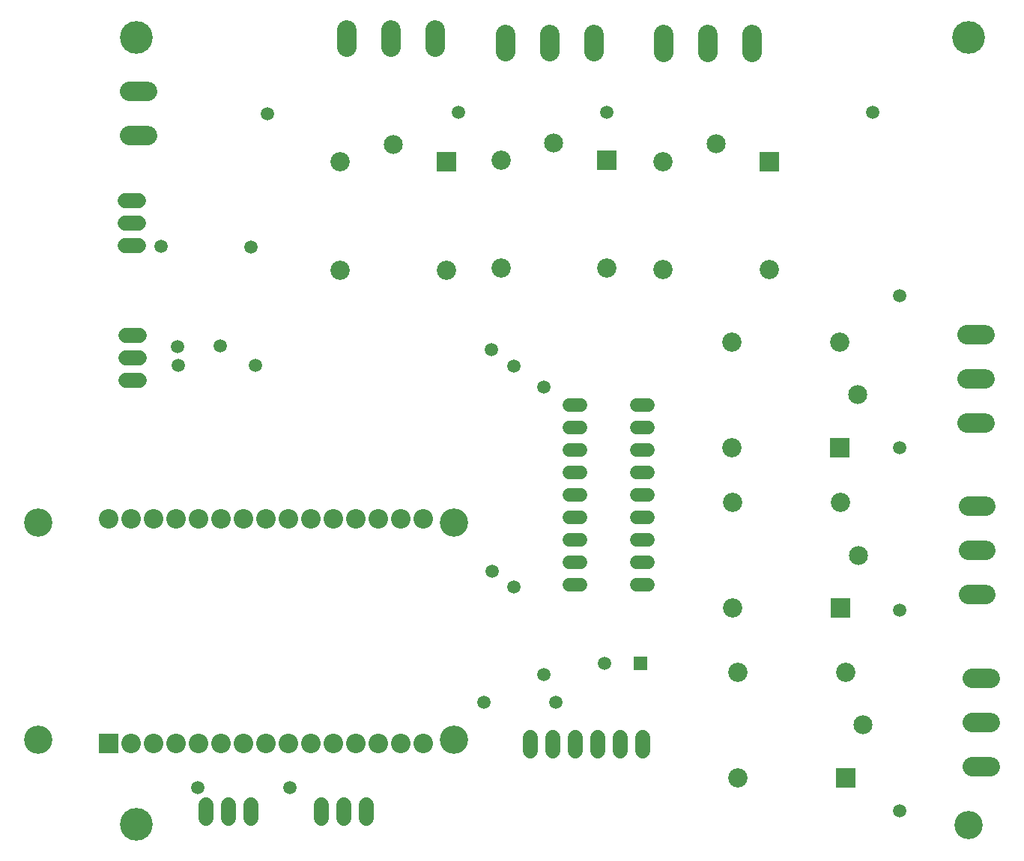
<source format=gbr>
G04 EAGLE Gerber RS-274X export*
G75*
%MOMM*%
%FSLAX34Y34*%
%LPD*%
%INSoldermask Bottom*%
%IPPOS*%
%AMOC8*
5,1,8,0,0,1.08239X$1,22.5*%
G01*
%ADD10C,3.703200*%
%ADD11C,3.203200*%
%ADD12C,1.727200*%
%ADD13R,1.511200X1.511200*%
%ADD14C,1.511200*%
%ADD15C,1.524000*%
%ADD16R,2.183200X2.183200*%
%ADD17C,2.138200*%
%ADD18C,2.183200*%
%ADD19C,2.184400*%
%ADD20R,2.203200X2.203200*%
%ADD21C,2.203200*%
%ADD22C,1.503200*%


D10*
X60000Y40000D03*
D11*
X1000000Y39000D03*
D10*
X1000000Y930000D03*
X60000Y930000D03*
D12*
X504700Y137920D02*
X504700Y122680D01*
X530100Y122680D02*
X530100Y137920D01*
X555500Y137920D02*
X555500Y122680D01*
X580900Y122680D02*
X580900Y137920D01*
X606300Y137920D02*
X606300Y122680D01*
X631700Y122680D02*
X631700Y137920D01*
D13*
X629100Y221500D03*
D14*
X589100Y221500D03*
D15*
X561904Y513500D02*
X548696Y513500D01*
X548696Y488100D02*
X561904Y488100D01*
X561904Y361100D02*
X548696Y361100D01*
X548696Y335700D02*
X561904Y335700D01*
X561904Y462700D02*
X548696Y462700D01*
X548696Y437300D02*
X561904Y437300D01*
X561904Y386500D02*
X548696Y386500D01*
X548696Y411900D02*
X561904Y411900D01*
X561904Y310300D02*
X548696Y310300D01*
X624896Y310300D02*
X638104Y310300D01*
X638104Y335700D02*
X624896Y335700D01*
X624896Y361100D02*
X638104Y361100D01*
X638104Y386500D02*
X624896Y386500D01*
X624896Y411900D02*
X638104Y411900D01*
X638104Y437300D02*
X624896Y437300D01*
X624896Y462700D02*
X638104Y462700D01*
X638104Y488100D02*
X624896Y488100D01*
X624896Y513500D02*
X638104Y513500D01*
D16*
X410000Y788700D03*
D17*
X350000Y808700D03*
D18*
X290000Y788700D03*
X290000Y666700D03*
X410000Y666700D03*
D16*
X591600Y790500D03*
D17*
X531600Y810500D03*
D18*
X471600Y790500D03*
X471600Y668500D03*
X591600Y668500D03*
D16*
X774700Y789300D03*
D17*
X714700Y809300D03*
D18*
X654700Y789300D03*
X654700Y667300D03*
X774700Y667300D03*
D16*
X854700Y465400D03*
D17*
X874700Y525400D03*
D18*
X854700Y585400D03*
X732700Y585400D03*
X732700Y465400D03*
D16*
X855900Y284100D03*
D17*
X875900Y344100D03*
D18*
X855900Y404100D03*
X733900Y404100D03*
X733900Y284100D03*
D16*
X861300Y92000D03*
D17*
X881300Y152000D03*
D18*
X861300Y212000D03*
X739300Y212000D03*
X739300Y92000D03*
D19*
X297562Y918394D02*
X297562Y938206D01*
X347600Y938206D02*
X347600Y918394D01*
X397638Y918394D02*
X397638Y938206D01*
X476962Y933406D02*
X476962Y913594D01*
X527000Y913594D02*
X527000Y933406D01*
X577038Y933406D02*
X577038Y913594D01*
X655962Y912994D02*
X655962Y932806D01*
X706000Y932806D02*
X706000Y912994D01*
X756038Y912994D02*
X756038Y932806D01*
X998794Y593638D02*
X1018606Y593638D01*
X1018606Y543600D02*
X998794Y543600D01*
X998794Y493562D02*
X1018606Y493562D01*
X1019806Y399638D02*
X999994Y399638D01*
X999994Y349600D02*
X1019806Y349600D01*
X1019806Y299562D02*
X999994Y299562D01*
X1004794Y205038D02*
X1024606Y205038D01*
X1024606Y155000D02*
X1004794Y155000D01*
X1004794Y104962D02*
X1024606Y104962D01*
D20*
X28750Y131300D03*
D21*
X54150Y131300D03*
X79550Y131300D03*
X104950Y131300D03*
X130350Y131300D03*
X155750Y131300D03*
X181150Y131300D03*
X206550Y131300D03*
X231950Y131300D03*
X257350Y131300D03*
X282750Y131300D03*
X308150Y131300D03*
X333550Y131300D03*
X358950Y131300D03*
X384350Y131300D03*
X28750Y385300D03*
X54150Y385300D03*
X79550Y385300D03*
X104950Y385300D03*
X130350Y385300D03*
X155750Y385300D03*
X181150Y385300D03*
X206550Y385300D03*
X231950Y385300D03*
X257350Y385300D03*
X282750Y385300D03*
X308150Y385300D03*
X333550Y385300D03*
X358950Y385300D03*
X384350Y385300D03*
D11*
X418650Y135500D03*
X418650Y380600D03*
X-50850Y380600D03*
X-50850Y135500D03*
D19*
X52194Y818654D02*
X72006Y818654D01*
X72006Y868692D02*
X52194Y868692D01*
D12*
X48180Y542200D02*
X63420Y542200D01*
X63420Y567600D02*
X48180Y567600D01*
X48180Y593000D02*
X63420Y593000D01*
X62220Y694000D02*
X46980Y694000D01*
X46980Y719400D02*
X62220Y719400D01*
X62220Y744800D02*
X46980Y744800D01*
X138400Y61620D02*
X138400Y46380D01*
X163800Y46380D02*
X163800Y61620D01*
X189200Y61620D02*
X189200Y46380D01*
X268600Y46380D02*
X268600Y61620D01*
X294000Y61620D02*
X294000Y46380D01*
X319400Y46380D02*
X319400Y61620D01*
D22*
X922200Y54600D03*
X922200Y637200D03*
X891600Y844800D03*
X423600Y844800D03*
X591600Y844800D03*
X922200Y282000D03*
X922200Y465600D03*
X208200Y843000D03*
X452400Y177600D03*
X534000Y178200D03*
X486600Y307800D03*
X486600Y558000D03*
X194400Y558600D03*
X107400Y558600D03*
X462000Y325800D03*
X461400Y576600D03*
X189600Y692400D03*
X87600Y693000D03*
X520200Y208800D03*
X520200Y534600D03*
X154800Y580800D03*
X106200Y580200D03*
X129000Y81000D03*
X233400Y81000D03*
M02*

</source>
